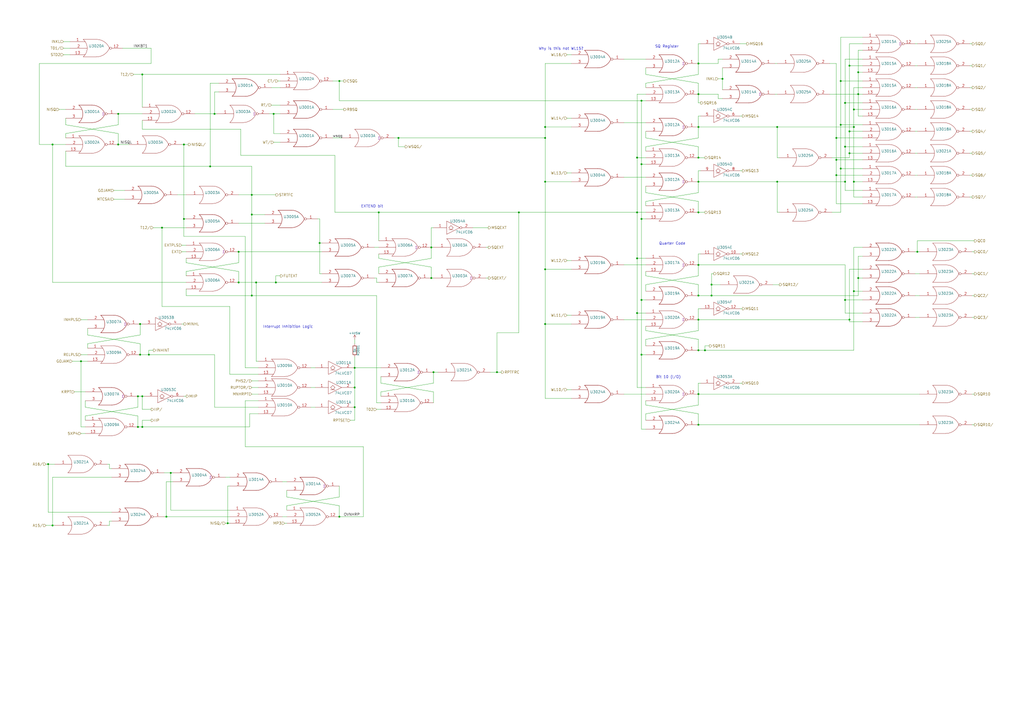
<source format=kicad_sch>
(kicad_sch (version 20211123) (generator eeschema)
  (paper "A2")
  (junction (at 369.57 181.61))
  (junction (at 46.99 209.55))
  (junction (at 412.75 171.45))
  (junction (at 138.43 163.83))
  (junction (at 288.29 215.9))
  (junction (at 148.59 163.83))
  (junction (at 146.05 113.03))
  (junction (at 405.13 203.2))
  (junction (at 251.46 215.9))
  (junction (at 405.13 228.6))
  (junction (at 369.57 123.19))
  (junction (at 196.85 46.99))
  (junction (at 490.22 105.41))
  (junction (at 30.48 83.82))
  (junction (at 497.84 41.91))
  (junction (at 492.76 88.9))
  (junction (at 30.48 304.8))
  (junction (at 485.14 80.01))
  (junction (at 450.85 105.41))
  (junction (at 372.11 95.25))
  (junction (at 316.23 73.66))
  (junction (at 82.55 229.87))
  (junction (at 81.28 205.74))
  (junction (at 492.76 76.2))
  (junction (at 81.28 187.96))
  (junction (at 405.13 36.83))
  (junction (at 372.11 127))
  (junction (at 205.74 213.36))
  (junction (at 485.14 92.71))
  (junction (at 495.3 73.66))
  (junction (at 408.94 203.2))
  (junction (at 146.05 124.46))
  (junction (at 124.46 66.04))
  (junction (at 121.92 96.52))
  (junction (at 369.57 91.44))
  (junction (at 490.22 59.69))
  (junction (at 82.55 43.18))
  (junction (at 490.22 173.99))
  (junction (at 158.75 66.04))
  (junction (at 497.84 54.61))
  (junction (at 86.36 205.74))
  (junction (at 185.42 140.97))
  (junction (at 405.13 171.45))
  (junction (at 369.57 149.86))
  (junction (at 495.3 63.5))
  (junction (at 405.13 105.41))
  (junction (at 405.13 73.66))
  (junction (at 196.85 299.72))
  (junction (at 160.02 163.83))
  (junction (at 419.1 45.72))
  (junction (at 146.05 171.45))
  (junction (at 93.98 132.08))
  (junction (at 372.11 205.74))
  (junction (at 106.68 127))
  (junction (at 205.74 224.79))
  (junction (at 495.3 105.41))
  (junction (at 219.71 123.19))
  (junction (at 68.58 83.82))
  (junction (at 497.84 161.29))
  (junction (at 316.23 156.21))
  (junction (at 132.08 303.53))
  (junction (at 405.13 185.42))
  (junction (at 27.94 269.24))
  (junction (at 450.85 73.66))
  (junction (at 492.76 38.1))
  (junction (at 250.19 161.29))
  (junction (at 316.23 187.96))
  (junction (at 405.13 54.61))
  (junction (at 106.68 83.82))
  (junction (at 231.14 80.01))
  (junction (at 532.13 146.05))
  (junction (at 487.68 46.99))
  (junction (at 316.23 80.01))
  (junction (at 492.76 185.42))
  (junction (at 82.55 247.65))
  (junction (at 316.23 105.41))
  (junction (at 80.01 247.65))
  (junction (at 250.19 143.51))
  (junction (at 490.22 85.09))
  (junction (at 487.68 72.39))
  (junction (at 138.43 146.05))
  (junction (at 487.68 97.79))
  (junction (at 405.13 246.38))
  (junction (at 68.58 66.04))
  (junction (at 99.06 274.32))
  (junction (at 495.3 168.91))
  (junction (at 96.52 299.72))
  (junction (at 300.99 123.19))
  (junction (at 405.13 91.44))
  (junction (at 372.11 173.99))
  (junction (at 405.13 123.19))
  (junction (at 372.11 58.42))
  (junction (at 412.75 165.1))
  (junction (at 485.14 101.6))
  (junction (at 205.74 236.22))
  (junction (at 405.13 153.67))
  (junction (at 80.01 229.87))
  (wire (pts (xy 361.95 185.42) (xy 374.65 185.42)))
  (wire (pts (xy 316.23 80.01) (xy 231.14 80.01)))
  (wire (pts (xy 219.71 123.19) (xy 219.71 139.7)))
  (wire (pts (xy 316.23 80.01) (xy 316.23 105.41)))
  (wire (pts (xy 490.22 181.61) (xy 500.38 181.61)))
  (wire (pts (xy 139.7 90.17) (xy 139.7 74.93)))
  (wire (pts (xy 490.22 105.41) (xy 450.85 105.41)))
  (wire (pts (xy 369.57 181.61) (xy 374.65 181.61)))
  (wire (pts (xy 412.75 171.45) (xy 405.13 171.45)))
  (wire (pts (xy 193.04 80.01) (xy 198.12 80.01)))
  (wire (pts (xy 500.38 29.21) (xy 497.84 29.21)))
  (wire (pts (xy 66.04 115.57) (xy 72.39 115.57)))
  (wire (pts (xy 106.68 83.82) (xy 106.68 127)))
  (wire (pts (xy 316.23 36.83) (xy 331.47 36.83)))
  (wire (pts (xy 500.38 21.59) (xy 487.68 21.59)))
  (wire (pts (xy 500.38 63.5) (xy 495.3 63.5)))
  (wire (pts (xy 288.29 215.9) (xy 288.29 193.04)))
  (wire (pts (xy 27.94 297.18) (xy 64.77 297.18)))
  (wire (pts (xy 96.52 299.72) (xy 133.35 299.72)))
  (wire (pts (xy 405.13 222.25) (xy 405.13 228.6)))
  (wire (pts (xy 361.95 153.67) (xy 374.65 153.67)))
  (wire (pts (xy 250.19 154.94) (xy 219.71 149.86)))
  (wire (pts (xy 158.75 77.47) (xy 158.75 66.04)))
  (wire (pts (xy 532.13 146.05) (xy 533.4 146.05)))
  (wire (pts (xy 93.98 177.8) (xy 133.35 177.8)))
  (wire (pts (xy 180.34 213.36) (xy 182.88 213.36)))
  (wire (pts (xy 405.13 185.42) (xy 492.76 185.42)))
  (wire (pts (xy 487.68 72.39) (xy 487.68 97.79)))
  (wire (pts (xy 500.38 59.69) (xy 490.22 59.69)))
  (wire (pts (xy 374.65 116.84) (xy 374.65 119.38)))
  (wire (pts (xy 38.1 87.63) (xy 38.1 96.52)))
  (wire (pts (xy 107.95 157.48) (xy 107.95 160.02)))
  (wire (pts (xy 530.86 38.1) (xy 532.13 38.1)))
  (wire (pts (xy 205.74 236.22) (xy 205.74 243.84)))
  (wire (pts (xy 106.68 127) (xy 107.95 127)))
  (wire (pts (xy 107.95 146.05) (xy 105.41 146.05)))
  (wire (pts (xy 138.43 152.4) (xy 107.95 157.48)))
  (wire (pts (xy 416.56 34.29) (xy 419.1 34.29)))
  (wire (pts (xy 81.28 199.39) (xy 50.8 194.31)))
  (wire (pts (xy 82.55 247.65) (xy 82.55 243.84)))
  (wire (pts (xy 30.48 83.82) (xy 38.1 83.82)))
  (wire (pts (xy 405.13 240.03) (xy 374.65 234.95)))
  (wire (pts (xy 372.11 127) (xy 372.11 173.99)))
  (wire (pts (xy 405.13 73.66) (xy 405.13 80.01)))
  (wire (pts (xy 142.24 259.08) (xy 142.24 232.41)))
  (wire (pts (xy 132.08 281.94) (xy 132.08 303.53)))
  (wire (pts (xy 148.59 209.55) (xy 149.86 209.55)))
  (wire (pts (xy 82.55 229.87) (xy 83.82 229.87)))
  (wire (pts (xy 405.13 246.38) (xy 533.4 246.38)))
  (wire (pts (xy 490.22 173.99) (xy 490.22 181.61)))
  (wire (pts (xy 405.13 36.83) (xy 416.56 36.83)))
  (wire (pts (xy 492.76 88.9) (xy 500.38 88.9)))
  (wire (pts (xy 41.91 209.55) (xy 46.99 209.55)))
  (wire (pts (xy 492.76 38.1) (xy 492.76 76.2)))
  (wire (pts (xy 46.99 209.55) (xy 46.99 247.65)))
  (wire (pts (xy 82.55 247.65) (xy 144.78 247.65)))
  (wire (pts (xy 219.71 154.94) (xy 219.71 158.75)))
  (wire (pts (xy 281.94 161.29) (xy 283.21 161.29)))
  (wire (pts (xy 500.38 156.21) (xy 492.76 156.21)))
  (wire (pts (xy 495.3 143.51) (xy 495.3 168.91)))
  (wire (pts (xy 218.44 233.68) (xy 220.98 233.68)))
  (wire (pts (xy 369.57 149.86) (xy 369.57 181.61)))
  (wire (pts (xy 419.1 39.37) (xy 419.1 45.72)))
  (wire (pts (xy 530.86 25.4) (xy 532.13 25.4)))
  (wire (pts (xy 81.28 187.96) (xy 82.55 187.96)))
  (wire (pts (xy 146.05 220.98) (xy 149.86 220.98)))
  (wire (pts (xy 500.38 148.59) (xy 497.84 148.59)))
  (wire (pts (xy 405.13 48.26) (xy 405.13 54.61)))
  (wire (pts (xy 490.22 34.29) (xy 490.22 59.69)))
  (wire (pts (xy 412.75 165.1) (xy 412.75 171.45)))
  (wire (pts (xy 163.83 279.4) (xy 166.37 279.4)))
  (wire (pts (xy 372.11 58.42) (xy 372.11 95.25)))
  (wire (pts (xy 316.23 156.21) (xy 316.23 187.96)))
  (wire (pts (xy 63.5 302.26) (xy 64.77 302.26)))
  (wire (pts (xy 199.39 63.5) (xy 193.04 63.5)))
  (wire (pts (xy 46.99 251.46) (xy 49.53 251.46)))
  (wire (pts (xy 530.86 50.8) (xy 532.13 50.8)))
  (wire (pts (xy 194.31 123.19) (xy 219.71 123.19)))
  (wire (pts (xy 40.64 31.75) (xy 36.83 31.75)))
  (wire (pts (xy 146.05 113.03) (xy 146.05 124.46)))
  (wire (pts (xy 450.85 123.19) (xy 452.12 123.19)))
  (wire (pts (xy 374.65 43.18) (xy 374.65 39.37)))
  (wire (pts (xy 372.11 205.74) (xy 374.65 205.74)))
  (wire (pts (xy 316.23 187.96) (xy 331.47 187.96)))
  (wire (pts (xy 316.23 105.41) (xy 316.23 156.21)))
  (wire (pts (xy 161.29 46.99) (xy 162.56 46.99)))
  (wire (pts (xy 450.85 105.41) (xy 405.13 105.41)))
  (wire (pts (xy 132.08 303.53) (xy 133.35 303.53)))
  (wire (pts (xy 251.46 233.68) (xy 251.46 227.33)))
  (wire (pts (xy 405.13 67.31) (xy 406.4 67.31)))
  (wire (pts (xy 487.68 21.59) (xy 487.68 46.99)))
  (wire (pts (xy 500.38 34.29) (xy 490.22 34.29)))
  (wire (pts (xy 500.38 41.91) (xy 497.84 41.91)))
  (wire (pts (xy 405.13 147.32) (xy 406.4 147.32)))
  (wire (pts (xy 139.7 74.93) (xy 82.55 74.93)))
  (wire (pts (xy 50.8 199.39) (xy 50.8 201.93)))
  (wire (pts (xy 210.82 259.08) (xy 142.24 259.08)))
  (wire (pts (xy 405.13 153.67) (xy 405.13 160.02)))
  (wire (pts (xy 405.13 105.41) (xy 405.13 111.76)))
  (wire (pts (xy 372.11 205.74) (xy 372.11 248.92)))
  (wire (pts (xy 563.88 76.2) (xy 562.61 76.2)))
  (wire (pts (xy 492.76 156.21) (xy 492.76 185.42)))
  (wire (pts (xy 146.05 171.45) (xy 218.44 171.45)))
  (wire (pts (xy 487.68 72.39) (xy 500.38 72.39)))
  (wire (pts (xy 95.25 299.72) (xy 96.52 299.72)))
  (wire (pts (xy 26.67 269.24) (xy 27.94 269.24)))
  (wire (pts (xy 46.99 247.65) (xy 49.53 247.65)))
  (wire (pts (xy 102.87 113.03) (xy 107.95 113.03)))
  (wire (pts (xy 124.46 66.04) (xy 125.73 66.04)))
  (wire (pts (xy 497.84 161.29) (xy 500.38 161.29)))
  (wire (pts (xy 449.58 54.61) (xy 450.85 54.61)))
  (wire (pts (xy 250.19 149.86) (xy 219.71 154.94)))
  (wire (pts (xy 196.85 299.72) (xy 210.82 299.72)))
  (wire (pts (xy 250.19 132.08) (xy 250.19 143.51)))
  (wire (pts (xy 316.23 156.21) (xy 331.47 156.21)))
  (wire (pts (xy 430.53 179.07) (xy 429.26 179.07)))
  (wire (pts (xy 452.12 165.1) (xy 448.31 165.1)))
  (wire (pts (xy 205.74 213.36) (xy 205.74 224.79)))
  (wire (pts (xy 562.61 101.6) (xy 563.88 101.6)))
  (wire (pts (xy 328.93 31.75) (xy 331.47 31.75)))
  (wire (pts (xy 205.74 224.79) (xy 205.74 236.22)))
  (wire (pts (xy 497.84 54.61) (xy 497.84 67.31)))
  (wire (pts (xy 205.74 196.85) (xy 205.74 199.39)))
  (wire (pts (xy 497.84 148.59) (xy 497.84 161.29)))
  (wire (pts (xy 565.15 146.05) (xy 563.88 146.05)))
  (wire (pts (xy 87.63 36.83) (xy 22.86 36.83)))
  (wire (pts (xy 361.95 102.87) (xy 374.65 102.87)))
  (wire (pts (xy 532.13 139.7) (xy 532.13 146.05)))
  (wire (pts (xy 68.58 66.04) (xy 68.58 72.39)))
  (wire (pts (xy 81.28 187.96) (xy 81.28 194.31)))
  (wire (pts (xy 86.36 205.74) (xy 124.46 205.74)))
  (wire (pts (xy 138.43 129.54) (xy 153.67 129.54)))
  (wire (pts (xy 316.23 73.66) (xy 316.23 80.01)))
  (wire (pts (xy 166.37 288.29) (xy 166.37 284.48)))
  (wire (pts (xy 205.74 207.01) (xy 205.74 213.36)))
  (wire (pts (xy 497.84 41.91) (xy 497.84 54.61)))
  (wire (pts (xy 95.25 274.32) (xy 99.06 274.32)))
  (wire (pts (xy 82.55 43.18) (xy 162.56 43.18)))
  (wire (pts (xy 374.65 191.77) (xy 374.65 189.23)))
  (wire (pts (xy 530.86 63.5) (xy 532.13 63.5)))
  (wire (pts (xy 369.57 54.61) (xy 369.57 91.44)))
  (wire (pts (xy 416.56 54.61) (xy 416.56 57.15)))
  (wire (pts (xy 113.03 66.04) (xy 124.46 66.04)))
  (wire (pts (xy 106.68 83.82) (xy 109.22 83.82)))
  (wire (pts (xy 530.86 171.45) (xy 533.4 171.45)))
  (wire (pts (xy 485.14 36.83) (xy 485.14 80.01)))
  (wire (pts (xy 106.68 127) (xy 106.68 137.16)))
  (wire (pts (xy 160.02 163.83) (xy 186.69 163.83)))
  (wire (pts (xy 316.23 231.14) (xy 331.47 231.14)))
  (wire (pts (xy 82.55 43.18) (xy 82.55 62.23)))
  (wire (pts (xy 485.14 101.6) (xy 485.14 118.11)))
  (wire (pts (xy 219.71 149.86) (xy 219.71 147.32)))
  (wire (pts (xy 405.13 91.44) (xy 408.94 91.44)))
  (wire (pts (xy 487.68 97.79) (xy 487.68 123.19)))
  (wire (pts (xy 405.13 67.31) (xy 405.13 73.66)))
  (wire (pts (xy 38.1 96.52) (xy 121.92 96.52)))
  (wire (pts (xy 372.11 95.25) (xy 372.11 127)))
  (wire (pts (xy 405.13 185.42) (xy 405.13 191.77)))
  (wire (pts (xy 405.13 43.18) (xy 374.65 48.26)))
  (wire (pts (xy 46.99 205.74) (xy 50.8 205.74)))
  (wire (pts (xy 406.4 99.06) (xy 405.13 99.06)))
  (wire (pts (xy 405.13 25.4) (xy 405.13 36.83)))
  (wire (pts (xy 485.14 92.71) (xy 500.38 92.71)))
  (wire (pts (xy 68.58 72.39) (xy 38.1 77.47)))
  (wire (pts (xy 63.5 304.8) (xy 62.23 304.8)))
  (wire (pts (xy 485.14 80.01) (xy 500.38 80.01)))
  (wire (pts (xy 316.23 36.83) (xy 316.23 73.66)))
  (wire (pts (xy 565.15 139.7) (xy 532.13 139.7)))
  (wire (pts (xy 146.05 124.46) (xy 153.67 124.46)))
  (wire (pts (xy 530.86 184.15) (xy 533.4 184.15)))
  (wire (pts (xy 328.93 68.58) (xy 331.47 68.58)))
  (wire (pts (xy 250.19 143.51) (xy 250.19 149.86)))
  (wire (pts (xy 361.95 71.12) (xy 374.65 71.12)))
  (wire (pts (xy 196.85 46.99) (xy 199.39 46.99)))
  (wire (pts (xy 411.48 200.66) (xy 408.94 200.66)))
  (wire (pts (xy 30.48 83.82) (xy 30.48 163.83)))
  (wire (pts (xy 492.76 25.4) (xy 492.76 38.1)))
  (wire (pts (xy 485.14 80.01) (xy 485.14 92.71)))
  (wire (pts (xy 162.56 77.47) (xy 158.75 77.47)))
  (wire (pts (xy 130.81 276.86) (xy 133.35 276.86)))
  (wire (pts (xy 38.1 72.39) (xy 38.1 68.58)))
  (wire (pts (xy 80.01 229.87) (xy 80.01 236.22)))
  (wire (pts (xy 369.57 91.44) (xy 369.57 123.19)))
  (wire (pts (xy 374.65 160.02) (xy 374.65 157.48)))
  (wire (pts (xy 234.95 85.09) (xy 231.14 85.09)))
  (wire (pts (xy 328.93 226.06) (xy 331.47 226.06)))
  (wire (pts (xy 361.95 228.6) (xy 374.65 228.6)))
  (wire (pts (xy 495.3 50.8) (xy 495.3 63.5)))
  (wire (pts (xy 328.93 182.88) (xy 331.47 182.88)))
  (wire (pts (xy 138.43 163.83) (xy 148.59 163.83)))
  (wire (pts (xy 497.84 54.61) (xy 500.38 54.61)))
  (wire (pts (xy 158.75 66.04) (xy 162.56 66.04)))
  (wire (pts (xy 219.71 123.19) (xy 300.99 123.19)))
  (wire (pts (xy 121.92 96.52) (xy 146.05 96.52)))
  (wire (pts (xy 495.3 105.41) (xy 500.38 105.41)))
  (wire (pts (xy 158.75 82.55) (xy 162.56 82.55)))
  (wire (pts (xy 328.93 151.13) (xy 331.47 151.13)))
  (wire (pts (xy 107.95 171.45) (xy 107.95 167.64)))
  (wire (pts (xy 93.98 132.08) (xy 107.95 132.08)))
  (wire (pts (xy 196.85 46.99) (xy 196.85 58.42)))
  (wire (pts (xy 490.22 105.41) (xy 490.22 110.49)))
  (wire (pts (xy 22.86 83.82) (xy 30.48 83.82)))
  (wire (pts (xy 185.42 140.97) (xy 185.42 158.75)))
  (wire (pts (xy 250.19 161.29) (xy 251.46 161.29)))
  (wire (pts (xy 316.23 73.66) (xy 331.47 73.66)))
  (wire (pts (xy 485.14 36.83) (xy 481.33 36.83)))
  (wire (pts (xy 300.99 193.04) (xy 300.99 123.19)))
  (wire (pts (xy 530.86 88.9) (xy 532.13 88.9)))
  (wire (pts (xy 81.28 194.31) (xy 50.8 199.39)))
  (wire (pts (xy 144.78 247.65) (xy 144.78 240.03)))
  (wire (pts (xy 36.83 27.94) (xy 40.64 27.94)))
  (wire (pts (xy 180.34 236.22) (xy 182.88 236.22)))
  (wire (pts (xy 133.35 177.8) (xy 133.35 217.17)))
  (wire (pts (xy 138.43 163.83) (xy 138.43 157.48)))
  (wire (pts (xy 487.68 123.19) (xy 482.6 123.19)))
  (wire (pts (xy 495.3 168.91) (xy 500.38 168.91)))
  (wire (pts (xy 162.56 160.02) (xy 160.02 160.02)))
  (wire (pts (xy 148.59 163.83) (xy 160.02 163.83)))
  (wire (pts (xy 450.85 91.44) (xy 452.12 91.44)))
  (wire (pts (xy 562.61 114.3) (xy 563.88 114.3)))
  (wire (pts (xy 194.31 123.19) (xy 194.31 90.17)))
  (wire (pts (xy 406.4 179.07) (xy 405.13 179.07)))
  (wire (pts (xy 405.13 99.06) (xy 405.13 105.41)))
  (wire (pts (xy 205.74 213.36) (xy 220.98 213.36)))
  (wire (pts (xy 163.83 299.72) (xy 166.37 299.72)))
  (wire (pts (xy 68.58 77.47) (xy 38.1 72.39)))
  (wire (pts (xy 133.35 281.94) (xy 132.08 281.94)))
  (wire (pts (xy 160.02 160.02) (xy 160.02 163.83)))
  (wire (pts (xy 500.38 143.51) (xy 495.3 143.51)))
  (wire (pts (xy 450.85 73.66) (xy 450.85 91.44)))
  (wire (pts (xy 372.11 95.25) (xy 374.65 95.25)))
  (wire (pts (xy 80.01 229.87) (xy 82.55 229.87)))
  (wire (pts (xy 218.44 171.45) (xy 218.44 233.68)))
  (wire (pts (xy 490.22 153.67) (xy 490.22 173.99)))
  (wire (pts (xy 300.99 123.19) (xy 369.57 123.19)))
  (wire (pts (xy 218.44 161.29) (xy 218.44 163.83)))
  (wire (pts (xy 492.76 76.2) (xy 500.38 76.2)))
  (wire (pts (xy 87.63 27.94) (xy 87.63 36.83)))
  (wire (pts (xy 430.53 222.25) (xy 429.26 222.25)))
  (wire (pts (xy 251.46 215.9) (xy 254 215.9)))
  (wire (pts (xy 138.43 146.05) (xy 186.69 146.05)))
  (wire (pts (xy 408.94 200.66) (xy 408.94 203.2)))
  (wire (pts (xy 185.42 127) (xy 185.42 140.97)))
  (wire (pts (xy 185.42 158.75) (xy 186.69 158.75)))
  (wire (pts (xy 405.13 147.32) (xy 405.13 153.67)))
  (wire (pts (xy 283.21 132.08) (xy 274.32 132.08)))
  (wire (pts (xy 316.23 187.96) (xy 316.23 231.14)))
  (wire (pts (xy 405.13 246.38) (xy 405.13 240.03)))
  (wire (pts (xy 133.35 217.17) (xy 149.86 217.17)))
  (wire (pts (xy 77.47 43.18) (xy 82.55 43.18)))
  (wire (pts (xy 419.1 45.72) (xy 419.1 52.07)))
  (wire (pts (xy 46.99 185.42) (xy 50.8 185.42)))
  (wire (pts (xy 430.53 147.32) (xy 429.26 147.32)))
  (wire (pts (xy 49.53 241.3) (xy 49.53 243.84)))
  (wire (pts (xy 405.13 123.19) (xy 405.13 116.84)))
  (wire (pts (xy 80.01 247.65) (xy 82.55 247.65)))
  (wire (pts (xy 66.04 110.49) (xy 72.39 110.49)))
  (wire (pts (xy 563.88 38.1) (xy 562.61 38.1)))
  (wire (pts (xy 405.13 85.09) (xy 374.65 80.01)))
  (wire (pts (xy 530.86 114.3) (xy 532.13 114.3)))
  (wire (pts (xy 49.53 236.22) (xy 49.53 232.41)))
  (wire (pts (xy 124.46 205.74) (xy 124.46 236.22)))
  (wire (pts (xy 50.8 194.31) (xy 50.8 190.5)))
  (wire (pts (xy 490.22 85.09) (xy 490.22 105.41)))
  (wire (pts (xy 251.46 132.08) (xy 250.19 132.08)))
  (wire (pts (xy 30.48 276.86) (xy 64.77 276.86)))
  (wire (pts (xy 485.14 118.11) (xy 500.38 118.11)))
  (wire (pts (xy 495.3 105.41) (xy 495.3 114.3)))
  (wire (pts (xy 429.26 99.06) (xy 430.53 99.06)))
  (wire (pts (xy 405.13 160.02) (xy 374.65 165.1)))
  (wire (pts (xy 374.65 111.76) (xy 374.65 107.95)))
  (wire (pts (xy 405.13 48.26) (xy 374.65 43.18)))
  (wire (pts (xy 495.3 73.66) (xy 450.85 73.66)))
  (wire (pts (xy 497.84 161.29) (xy 497.84 171.45)))
  (wire (pts (xy 487.68 46.99) (xy 500.38 46.99)))
  (wire (pts (xy 99.06 274.32) (xy 100.33 274.32)))
  (wire (pts (xy 193.04 46.99) (xy 196.85 46.99)))
  (wire (pts (xy 196.85 293.37) (xy 166.37 288.29)))
  (wire (pts (xy 62.23 269.24) (xy 63.5 269.24)))
  (wire (pts (xy 43.18 227.33) (xy 49.53 227.33)))
  (wire (pts (xy 497.84 29.21) (xy 497.84 41.91)))
  (wire (pts (xy 492.76 91.44) (xy 482.6 91.44)))
  (wire (pts (xy 405.13 196.85) (xy 374.65 191.77)))
  (wire (pts (xy 146.05 124.46) (xy 146.05 171.45)))
  (wire (pts (xy 82.55 74.93) (xy 82.55 69.85)))
  (wire (pts (xy 30.48 163.83) (xy 107.95 163.83)))
  (wire (pts (xy 490.22 173.99) (xy 500.38 173.99)))
  (wire (pts (xy 231.14 85.09) (xy 231.14 80.01)))
  (wire (pts (xy 374.65 165.1) (xy 374.65 168.91)))
  (wire (pts (xy 497.84 67.31) (xy 500.38 67.31)))
  (wire (pts (xy 30.48 304.8) (xy 30.48 276.86)))
  (wire (pts (xy 405.13 116.84) (xy 374.65 111.76)))
  (wire (pts (xy 374.65 196.85) (xy 374.65 200.66)))
  (wire (pts (xy 565.15 228.6) (xy 563.88 228.6)))
  (wire (pts (xy 82.55 229.87) (xy 82.55 237.49)))
  (wire (pts (xy 38.1 77.47) (xy 38.1 80.01)))
  (wire (pts (xy 416.56 36.83) (xy 416.56 34.29)))
  (wire (pts (xy 80.01 236.22) (xy 49.53 241.3)))
  (wire (pts (xy 81.28 205.74) (xy 86.36 205.74)))
  (wire (pts (xy 166.37 293.37) (xy 166.37 295.91)))
  (wire (pts (xy 46.99 209.55) (xy 50.8 209.55)))
  (wire (pts (xy 68.58 83.82) (xy 74.93 83.82)))
  (wire (pts (xy 369.57 149.86) (xy 374.65 149.86)))
  (wire (pts (xy 450.85 105.41) (xy 450.85 123.19)))
  (wire (pts (xy 144.78 240.03) (xy 149.86 240.03)))
  (wire (pts (xy 106.68 137.16) (xy 142.24 137.16)))
  (wire (pts (xy 374.65 48.26) (xy 374.65 50.8)))
  (wire (pts (xy 80.01 247.65) (xy 80.01 241.3)))
  (wire (pts (xy 405.13 80.01) (xy 374.65 85.09)))
  (wire (pts (xy 196.85 288.29) (xy 166.37 293.37)))
  (wire (pts (xy 562.61 50.8) (xy 563.88 50.8)))
  (wire (pts (xy 405.13 59.69) (xy 406.4 59.69)))
  (wire (pts (xy 372.11 58.42) (xy 374.65 58.42)))
  (wire (pts (xy 146.05 113.03) (xy 160.02 113.03)))
  (wire (pts (xy 361.95 34.29) (xy 374.65 34.29)))
  (wire (pts (xy 82.55 237.49) (xy 87.63 237.49)))
  (wire (pts (xy 429.26 67.31) (xy 430.53 67.31)))
  (wire (pts (xy 492.76 186.69) (xy 500.38 186.69)))
  (wire (pts (xy 405.13 54.61) (xy 405.13 59.69)))
  (wire (pts (xy 36.83 24.13) (xy 40.64 24.13)))
  (wire (pts (xy 492.76 88.9) (xy 492.76 91.44)))
  (wire (pts (xy 405.13 153.67) (xy 490.22 153.67)))
  (wire (pts (xy 124.46 53.34) (xy 124.46 66.04)))
  (wire (pts (xy 405.13 25.4) (xy 406.4 25.4)))
  (wire (pts (xy 405.13 228.6) (xy 533.4 228.6)))
  (wire (pts (xy 251.46 222.25) (xy 220.98 227.33)))
  (wire (pts (xy 565.15 171.45) (xy 563.88 171.45)))
  (wire (pts (xy 487.68 46.99) (xy 487.68 72.39)))
  (wire (pts (xy 405.13 111.76) (xy 374.65 116.84)))
  (wire (pts (xy 217.17 161.29) (xy 218.44 161.29)))
  (wire (pts (xy 495.3 63.5) (xy 495.3 73.66)))
  (wire (pts (xy 250.19 143.51) (xy 251.46 143.51)))
  (wire (pts (xy 414.02 158.75) (xy 412.75 158.75)))
  (wire (pts (xy 251.46 215.9) (xy 251.46 222.25)))
  (wire (pts (xy 492.76 25.4) (xy 500.38 25.4)))
  (wire (pts (xy 127 53.34) (xy 124.46 53.34)))
  (wire (pts (xy 88.9 132.08) (xy 93.98 132.08)))
  (wire (pts (xy 405.13 234.95) (xy 374.65 240.03)))
  (wire (pts (xy 374.65 91.44) (xy 369.57 91.44)))
  (wire (pts (xy 433.07 25.4) (xy 429.26 25.4)))
  (wire (pts (xy 22.86 36.83) (xy 22.86 83.82)))
  (wire (pts (xy 218.44 237.49) (xy 220.98 237.49)))
  (wire (pts (xy 82.55 243.84) (xy 87.63 243.84)))
  (wire (pts (xy 217.17 143.51) (xy 219.71 143.51)))
  (wire (pts (xy 107.95 152.4) (xy 107.95 149.86)))
  (wire (pts (xy 449.58 36.83) (xy 450.85 36.83)))
  (wire (pts (xy 405.13 91.44) (xy 405.13 85.09)))
  (wire (pts (xy 530.86 101.6) (xy 532.13 101.6)))
  (wire (pts (xy 530.86 158.75) (xy 533.4 158.75)))
  (wire (pts (xy 231.14 80.01) (xy 228.6 80.01)))
  (wire (pts (xy 205.74 243.84) (xy 203.2 243.84)))
  (wire (pts (xy 495.3 203.2) (xy 408.94 203.2)))
  (wire (pts (xy 565.15 158.75) (xy 563.88 158.75)))
  (wire (pts (xy 86.36 205.74) (xy 86.36 203.2)))
  (wire (pts (xy 146.05 96.52) (xy 146.05 113.03)))
  (wire (pts (xy 485.14 92.71) (xy 485.14 101.6)))
  (wire (pts (xy 71.12 27.94) (xy 87.63 27.94)))
  (wire (pts (xy 138.43 157.48) (xy 107.95 152.4)))
  (wire (pts (xy 565.15 184.15) (xy 563.88 184.15)))
  (wire (pts (xy 196.85 58.42) (xy 372.11 58.42)))
  (wire (pts (xy 495.3 168.91) (xy 495.3 203.2)))
  (wire (pts (xy 374.65 234.95) (xy 374.65 232.41)))
  (wire (pts (xy 372.11 127) (xy 374.65 127)))
  (wire (pts (xy 412.75 158.75) (xy 412.75 165.1)))
  (wire (pts (xy 405.13 203.2) (xy 405.13 196.85)))
  (wire (pts (xy 142.24 213.36) (xy 149.86 213.36)))
  (wire (pts (xy 530.86 76.2) (xy 532.13 76.2)))
  (wire (pts (xy 369.57 181.61) (xy 369.57 224.79)))
  (wire (pts (xy 565.15 246.38) (xy 563.88 246.38)))
  (wire (pts (xy 450.85 73.66) (xy 405.13 73.66)))
  (wire (pts (xy 405.13 54.61) (xy 416.56 54.61)))
  (wire (pts (xy 142.24 137.16) (xy 142.24 213.36)))
  (wire (pts (xy 220.98 222.25) (xy 220.98 218.44)))
  (wire (pts (xy 138.43 146.05) (xy 138.43 152.4)))
  (wire (pts (xy 316.23 105.41) (xy 331.47 105.41)))
  (wire (pts (xy 63.5 269.24) (xy 63.5 271.78)))
  (wire (pts (xy 146.05 224.79) (xy 149.86 224.79)))
  (wire (pts (xy 106.68 229.87) (xy 107.95 229.87)))
  (wire (pts (xy 369.57 123.19) (xy 374.65 123.19)))
  (wire (pts (xy 562.61 63.5) (xy 563.88 63.5)))
  (wire (pts (xy 485.14 101.6) (xy 500.38 101.6)))
  (wire (pts (xy 374.65 80.01) (xy 374.65 76.2)))
  (wire (pts (xy 166.37 303.53) (xy 165.1 303.53)))
  (wire (pts (xy 30.48 304.8) (xy 31.75 304.8)))
  (wire (pts (xy 196.85 281.94) (xy 196.85 288.29)))
  (wire (pts (xy 142.24 232.41) (xy 149.86 232.41)))
  (wire (pts (xy 185.42 140.97) (xy 186.69 140.97)))
  (wire (pts (xy 184.15 127) (xy 185.42 127)))
  (wire (pts (xy 63.5 271.78) (xy 64.77 271.78)))
  (wire (pts (xy 130.81 303.53) (xy 132.08 303.53)))
  (wire (pts (xy 99.06 295.91) (xy 133.35 295.91)))
  (wire (pts (xy 281.94 143.51) (xy 283.21 143.51)))
  (wire (pts (xy 416.56 45.72) (xy 419.1 45.72)))
  (wire (pts (xy 487.68 97.79) (xy 500.38 97.79)))
  (wire (pts (xy 68.58 66.04) (xy 82.55 66.04)))
  (wire (pts (xy 80.01 241.3) (xy 49.53 236.22)))
  (wire (pts (xy 374.65 240.03) (xy 374.65 243.84)))
  (wire (pts (xy 405.13 191.77) (xy 374.65 196.85)))
  (wire (pts (xy 416.56 57.15) (xy 419.1 57.15)))
  (wire (pts (xy 121.92 96.52) (xy 121.92 48.26)))
  (wire (pts (xy 107.95 171.45) (xy 146.05 171.45)))
  (wire (pts (xy 284.48 215.9) (xy 288.29 215.9)))
  (wire (pts (xy 81.28 205.74) (xy 81.28 199.39)))
  (wire (pts (xy 492.76 76.2) (xy 492.76 88.9)))
  (wire (pts (xy 563.88 25.4) (xy 562.61 25.4)))
  (wire (pts (xy 492.76 185.42) (xy 492.76 186.69)))
  (wire (pts (xy 481.33 54.61) (xy 497.84 54.61)))
  (wire (pts (xy 105.41 187.96) (xy 106.68 187.96)))
  (wire (pts (xy 196.85 299.72) (xy 196.85 293.37)))
  (wire (pts (xy 406.4 222.25) (xy 405.13 222.25)))
  (wire (pts (xy 369.57 123.19) (xy 369.57 149.86)))
  (wire (pts (xy 405.13 165.1) (xy 374.65 160.02)))
  (wire (pts (xy 180.34 224.79) (xy 182.88 224.79)))
  (wire (pts (xy 27.94 269.24) (xy 27.94 297.18)))
  (wire (pts (xy 26.67 304.8) (xy 30.48 304.8)))
  (wire (pts (xy 497.84 171.45) (xy 412.75 171.45)))
  (wire (pts (xy 99.06 274.32) (xy 99.06 295.91)))
  (wire (pts (xy 405.13 171.45) (xy 405.13 165.1)))
  (wire (pts (xy 38.1 63.5) (xy 34.29 63.5)))
  (wire (pts (xy 495.3 50.8) (xy 500.38 50.8)))
  (wire (pts (xy 328.93 100.33) (xy 331.47 100.33)))
  (wire (pts (xy 218.44 163.83) (xy 219.71 163.83)))
  (wire (pts (xy 93.98 132.08) (xy 93.98 177.8)))
  (wire (pts (xy 490.22 59.69) (xy 490.22 85.09)))
  (wire (pts (xy 63.5 302.26) (xy 63.5 304.8)))
  (wire (pts (xy 495.3 73.66) (xy 495.3 105.41)))
  (wire (pts (xy 250.19 161.29) (xy 250.19 154.94)))
  (wire (pts (xy 105.41 83.82) (xy 106.68 83.82)))
  (wire (pts (xy 372.11 173.99) (xy 374.65 173.99)))
  (wire (pts (xy 121.92 48.26) (xy 127 48.26)))
  (wire (pts (xy 530.86 146.05) (xy 532.13 146.05)))
  (wire (pts (xy 96.52 299.72) (xy 96.52 279.4)))
  (wire (pts (xy 194.31 90.17) (xy 139.7 90.17)))
  (wire (pts (xy 251.46 227.33) (xy 220.98 222.25)))
  (wire (pts (xy 500.38 38.1) (xy 492.76 38.1)))
  (wire (pts (xy 405.13 123.19) (xy 408.94 123.19)))
  (wire (pts (xy 124.46 236.22) (xy 149.86 236.22)))
  (wire (pts (xy 288.29 215.9) (xy 290.83 215.9)))
  (wire (pts (xy 374.65 54.61) (xy 369.57 54.61)))
  (wire (pts (xy 288.29 193.04) (xy 300.99 193.04)))
  (wire (pts (xy 157.48 60.96) (xy 162.56 60.96)))
  (wire (pts (xy 138.43 113.03) (xy 146.05 113.03)))
  (wire (pts (xy 405.13 179.07) (xy 405.13 185.42)))
  (wire (pts (xy 490.22 110.49) (xy 500.38 110.49)))
  (wire (pts (xy 417.83 165.1) (xy 412.75 165.1)))
  (wire (pts (xy 105.41 142.24) (xy 107.95 142.24)))
  (wire (pts (xy 372.11 248.92) (xy 374.65 248.92)))
  (wire (pts (xy 210.82 299.72) (xy 210.82 259.08)))
  (wire (pts (xy 96.52 279.4) (xy 100.33 279.4)))
  (wire (pts (xy 146.05 228.6) (xy 149.86 228.6)))
  (wire (pts (xy 157.48 50.8) (xy 162.56 50.8)))
  (wire (pts (xy 374.65 85.09) (xy 374.65 87.63)))
  (wire (pts (xy 490.22 85.09) (xy 500.38 85.09)))
  (wire (pts (xy 408.94 203.2) (xy 405.13 203.2)))
  (wire (pts (xy 68.58 83.82) (xy 68.58 77.47)))
  (wire (pts (xy 369.57 224.79) (xy 374.65 224.79)))
  (wire (pts (xy 405.13 36.83) (xy 405.13 43.18)))
  (wire (pts (xy 405.13 228.6) (xy 405.13 234.95)))
  (wire (pts (xy 27.94 269.24) (xy 31.75 269.24)))
  (wire (pts (xy 220.98 227.33) (xy 220.98 229.87)))
  (wire (pts (xy 156.21 66.04) (xy 158.75 66.04)))
  (wire (pts (xy 86.36 203.2) (xy 88.9 203.2)))
  (wire (pts (xy 495.3 114.3) (xy 500.38 114.3)))
  (wire (pts (xy 148.59 163.83) (xy 148.59 209.55)))
  (wire (pts (xy 372.11 173.99) (xy 372.11 205.74)))
  (wire (pts (xy 562.61 88.9) (xy 563.88 88.9)))
  (text "SQ Register" (at 393.7 27.94 180) (effects (font (size 1.524 1.524)) (justify right bottom)))
  (text "Why is this not WL15?" (at 312.42 29.21 0) (effects (font (size 1.524 1.524)) (justify left bottom)))
  (text "Interrupt Inhibition Logic" (at 181.61 190.5 180) (effects (font (size 1.524 1.524)) (justify right bottom)))
  (text "EXTEND bit" (at 222.25 120.65 180) (effects (font (size 1.524 1.524)) (justify right bottom)))
  (text "Quarter Code" (at 382.27 142.24 0) (effects (font (size 1.524 1.524)) (justify left bottom)))
  (text "Bit 10 (I/O)" (at 394.97 219.71 180) (effects (font (size 1.524 1.524)) (justify right bottom)))
  (label "INKBT1" (at 77.47 27.94 0) (effects (font (size 1.524 1.524))))
  (label "OVNHRP" (at 199.39 299.72 0) (effects (font (size 1.524 1.524))))
  (label "wsqg" (at 193.04 80.01 0) (effects (font (size 1.524 1.524))))
  (label "NISQL" (at 69.85 83.82 0) (effects (font (size 1.524 1.524))))
  (hierarchical_label "EXTPLS" (shape input) (at 105.41 142.24 180) (effects (font (size 1.524 1.524))))
  (hierarchical_label "WL11/" (shape input) (at 328.93 182.88 180) (effects (font (size 1.524 1.524))))
  (hierarchical_label "WL14/" (shape input) (at 328.93 68.58 180) (effects (font (size 1.524 1.524))))
  (hierarchical_label "MSQ14" (shape output) (at 430.53 67.31 0) (effects (font (size 1.524 1.524))))
  (hierarchical_label "SQ4/" (shape output) (at 563.88 76.2 0) (effects (font (size 1.524 1.524))))
  (hierarchical_label "CSQG" (shape output) (at 199.39 46.99 0) (effects (font (size 1.524 1.524))))
  (hierarchical_label "MSQ16" (shape output) (at 433.07 25.4 0) (effects (font (size 1.524 1.524))))
  (hierarchical_label "SQR14" (shape output) (at 408.94 91.44 0) (effects (font (size 1.524 1.524))))
  (hierarchical_label "SQEXT/" (shape output) (at 283.21 161.29 0) (effects (font (size 1.524 1.524))))
  (hierarchical_label "SQEXT" (shape output) (at 283.21 143.51 0) (effects (font (size 1.524 1.524))))
  (hierarchical_label "SQR12/" (shape output) (at 452.12 165.1 0) (effects (font (size 1.524 1.524))))
  (hierarchical_label "SQ5/" (shape output) (at 563.88 88.9 0) (effects (font (size 1.524 1.524))))
  (hierarchical_label "SQR11" (shape output) (at 411.48 200.66 0) (effects (font (size 1.524 1.524))))
  (hierarchical_label "IIP" (shape output) (at 87.63 243.84 0) (effects (font (size 1.524 1.524))))
  (hierarchical_label "FUTEXT" (shape output) (at 162.56 160.02 0) (effects (font (size 1.524 1.524))))
  (hierarchical_label "T12/" (shape input) (at 88.9 132.08 180) (effects (font (size 1.524 1.524))))
  (hierarchical_label "SQR16" (shape output) (at 406.4 59.69 0) (effects (font (size 1.524 1.524))))
  (hierarchical_label "CT/" (shape input) (at 161.29 46.99 180) (effects (font (size 1.524 1.524))))
  (hierarchical_label "MP3" (shape input) (at 165.1 303.53 180) (effects (font (size 1.524 1.524))))
  (hierarchical_label "T01/" (shape input) (at 36.83 27.94 180) (effects (font (size 1.524 1.524))))
  (hierarchical_label "RUPTOR/" (shape input) (at 146.05 224.79 180) (effects (font (size 1.524 1.524))))
  (hierarchical_label "EXT" (shape input) (at 105.41 146.05 180) (effects (font (size 1.524 1.524))))
  (hierarchical_label "NISQL/" (shape output) (at 109.22 83.82 0) (effects (font (size 1.524 1.524))))
  (hierarchical_label "MSQEXT" (shape output) (at 283.21 132.08 0) (effects (font (size 1.524 1.524))))
  (hierarchical_label "T02" (shape input) (at 218.44 237.49 180) (effects (font (size 1.524 1.524))))
  (hierarchical_label "WT/" (shape input) (at 158.75 82.55 180) (effects (font (size 1.524 1.524))))
  (hierarchical_label "INKL" (shape input) (at 36.83 24.13 180) (effects (font (size 1.524 1.524))))
  (hierarchical_label "GOJAM" (shape input) (at 41.91 209.55 180) (effects (font (size 1.524 1.524))))
  (hierarchical_label "SQ2/" (shape output) (at 563.88 50.8 0) (effects (font (size 1.524 1.524))))
  (hierarchical_label "MSQ10" (shape output) (at 430.53 222.25 0) (effects (font (size 1.524 1.524))))
  (hierarchical_label "MNHRPT" (shape input) (at 146.05 228.6 180) (effects (font (size 1.524 1.524))))
  (hierarchical_label "INHINT" (shape output) (at 88.9 203.2 0) (effects (font (size 1.524 1.524))))
  (hierarchical_label "QC2/" (shape output) (at 565.15 171.45 0) (effects (font (size 1.524 1.524))))
  (hierarchical_label "KRPT" (shape input) (at 43.18 227.33 180) (effects (font (size 1.524 1.524))))
  (hierarchical_label "RELPLS" (shape input) (at 46.99 205.74 180) (effects (font (size 1.524 1.524))))
  (hierarchical_label "IIP/" (shape output) (at 87.63 237.49 0) (effects (font (size 1.524 1.524))))
  (hierarchical_label "WL13/" (shape input) (at 328.93 100.33 180) (effects (font (size 1.524 1.524))))
  (hierarchical_label "QC0/" (shape output) (at 565.15 146.05 0) (effects (font (size 1.524 1.524))))
  (hierarchical_label "INHPLS" (shape input) (at 46.99 185.42 180) (effects (font (size 1.524 1.524))))
  (hierarchical_label "NISQ" (shape input) (at 34.29 63.5 180) (effects (font (size 1.524 1.524))))
  (hierarchical_label "MSQ11" (shape output) (at 430.53 179.07 0) (effects (font (size 1.524 1.524))))
  (hierarchical_label "MIIP" (shape output) (at 107.95 229.87 0) (effects (font (size 1.524 1.524))))
  (hierarchical_label "QC1/" (shape output) (at 565.15 158.75 0) (effects (font (size 1.524 1.524))))
  (hierarchical_label "RBSQ" (shape output) (at 199.39 63.5 0) (effects (font (size 1.524 1.524))))
  (hierarchical_label "WL16/" (shape input) (at 328.93 31.75 180) (effects (font (size 1.524 1.524))))
  (hierarchical_label "WSQG/" (shape output) (at 234.95 85.09 0) (effects (font (size 1.524 1.524))))
  (hierarchical_label "MSQ12" (shape output) (at 430.53 147.32 0) (effects (font (size 1.524 1.524))))
  (hierarchical_label "RPTFRC" (shape output) (at 290.83 215.9 0) (effects (font (size 1.524 1.524))))
  (hierarchical_label "WL12/" (shape input) (at 328.93 151.13 180) (effects (font (size 1.524 1.524))))
  (hierarchical_label "NISQ/" (shape input) (at 130.81 303.53 180) (effects (font (size 1.524 1.524))))
  (hierarchical_label "MTCSAI" (shape input) (at 66.04 115.57 180) (effects (font (size 1.524 1.524))))
  (hierarchical_label "MINHL" (shape output) (at 106.68 187.96 0) (effects (font (size 1.524 1.524))))
  (hierarchical_label "QC0" (shape output) (at 565.15 139.7 0) (effects (font (size 1.524 1.524))))
  (hierarchical_label "SQ7/" (shape output) (at 563.88 114.3 0) (effects (font (size 1.524 1.524))))
  (hierarchical_label "RT/" (shape input) (at 157.48 60.96 180) (effects (font (size 1.524 1.524))))
  (hierarchical_label "MSQ13" (shape output) (at 430.53 99.06 0) (effects (font (size 1.524 1.524))))
  (hierarchical_label "PHS2/" (shape input) (at 146.05 220.98 180) (effects (font (size 1.524 1.524))))
  (hierarchical_label "SQR13" (shape output) (at 408.94 123.19 0) (effects (font (size 1.524 1.524))))
  (hierarchical_label "SQR10/" (shape output) (at 565.15 246.38 0) (effects (font (size 1.524 1.524))))
  (hierarchical_label "QC3/" (shape output) (at 565.15 184.15 0) (effects (font (size 1.524 1.524))))
  (hierarchical_label "A16/" (shape input) (at 26.67 269.24 180) (effects (font (size 1.524 1.524))))
  (hierarchical_label "SQR10" (shape output) (at 565.15 228.6 0) (effects (font (size 1.524 1.524))))
  (hierarchical_label "WL10/" (shape input) (at 328.93 226.06 180) (effects (font (size 1.524 1.524))))
  (hierarchical_label "SQ6/" (shape output) (at 563.88 101.6 0) (effects (font (size 1.524 1.524))))
  (hierarchical_label "A15/" (shape input) (at 26.67 304.8 180) (effects (font (size 1.524 1.524))))
  (hierarchical_label "INKL" (shape input) (at 416.56 45.72 180) (effects (font (size 1.524 1.524))))
  (hierarchical_label "STRTFC" (shape output) (at 160.02 113.03 0) (effects (font (size 1.524 1.524))))
  (hierarchical_label "T12/" (shape input) (at 77.47 43.18 180) (effects (font (size 1.524 1.524))))
  (hierarchical_label "SQ3/" (shape output) (at 563.88 63.5 0) (effects (font (size 1.524 1.524))))
  (hierarchical_label "STD2" (shape input) (at 36.83 31.75 180) (effects (font (size 1.524 1.524))))
  (hierarchical_label "RPTSET" (shape input) (at 203.2 243.84 180) (effects (font (size 1.524 1.524))))
  (hierarchical_label "SQR12" (shape output) (at 414.02 158.75 0) (effects (font (size 1.524 1.524))))
  (hierarchical_label "SQ0/" (shape output) (at 563.88 25.4 0) (effects (font (size 1.524 1.524))))
  (hierarchical_label "5XP4" (shape input) (at 46.99 251.46 180) (effects (font (size 1.524 1.524))))
  (hierarchical_label "GOJAM" (shape input) (at 66.04 110.49 180) (effects (font (size 1.524 1.524))))
  (hierarchical_label "SQ1/" (shape output) (at 563.88 38.1 0) (effects (font (size 1.524 1.524))))
  (symbol (lib_id "agc_kicad_components:74HC27") (at 53.34 83.82 0)
    (property "Reference" "U3002" (at 53.34 82.55 0) (effects (font (size 1.524 1.524))))
    (property "Value" "74HC27" (effects hide))
  )
  (symbol (lib_id "agc_kicad_components:74HC02") (at 53.34 66.04 0)
    (property "Reference" "U3001" (at 53.34 64.77 0) (effects (font (size 1.524 1.524))))
    (property "Value" "74HC02" (effects hide))
    (property "Initial" "1" (at 59.69 66.04 0) (effects (font (size 1.524 1.524) italic)))
  )
  (symbol (lib_id "agc_kicad_components:74HC27") (at 97.79 66.04 0)
    (property "Reference" "U3002" (at 97.79 64.77 0) (effects (font (size 1.524 1.524))))
    (property "Value" "74HC27" (effects hide))
  )
  (symbol (lib_id "agc_kicad_components:74HC04") (at 90.17 83.82 0)
    (property "Reference" "U3003" (at 90.17 82.55 0) (effects (font (size 1.524 1.524))))
    (property "Value" "74HC04" (effects hide))
  )
  (symbol (lib_id "agc_kicad_components:74HC04") (at 140.97 66.04 0)
    (property "Reference" "U3003" (at 140.97 64.77 0) (effects (font (size 1.524 1.524))))
    (property "Value" "74HC04" (effects hide))
    (property "Initial" "1" (at 147.32 66.04 0) (effects (font (size 1.524 1.524) italic)))
  )
  (symbol (lib_id "agc_kicad_components:74HC02") (at 142.24 50.8 0)
    (property "Reference" "U3001" (at 142.24 49.53 0) (effects (font (size 1.524 1.524))))
    (property "Value" "74HC02" (effects hide))
  )
  (symbol (lib_id "agc_kicad_components:74HC02") (at 177.8 63.5 0)
    (property "Reference" "U3001" (at 177.8 62.23 0) (effects (font (size 1.524 1.524))))
    (property "Value" "74HC02" (effects hide))
  )
  (symbol (lib_id "agc_kicad_components:74HC27") (at 177.8 46.99 0)
    (property "Reference" "U3002" (at 177.8 45.72 0) (effects (font (size 1.524 1.524))))
    (property "Value" "74HC27" (effects hide))
  )
  (symbol (lib_id "agc_kicad_components:74HC02") (at 177.8 80.01 0)
    (property "Reference" "U3001" (at 177.8 78.74 0) (effects (font (size 1.524 1.524))))
    (property "Value" "74HC02" (effects hide))
  )
  (symbol (lib_id "agc_kicad_components:74HC04") (at 213.36 80.01 0)
    (property "Reference" "U3003" (at 213.36 78.74 0) (effects (font (size 1.524 1.524))))
    (property "Value" "74HC04" (effects hide))
    (property "Initial" "1" (at 219.71 80.01 0) (effects (font (size 1.524 1.524) italic)))
  )
  (symbol (lib_id "agc_kicad_components:74HC02") (at 346.71 34.29 0)
    (property "Reference" "U3004" (at 346.71 33.02 0) (effects (font (size 1.524 1.524))))
    (property "Value" "74HC02" (effects hide))
  )
  (symbol (lib_id "agc_kicad_components:74HC02") (at 346.71 71.12 0)
    (property "Reference" "U3004" (at 346.71 69.85 0) (effects (font (size 1.524 1.524))))
    (property "Value" "74HC02" (effects hide))
  )
  (symbol (lib_id "agc_kicad_components:74HC02") (at 346.71 102.87 0)
    (property "Reference" "U3004" (at 346.71 101.6 0) (effects (font (size 1.524 1.524))))
    (property "Value" "74HC02" (effects hide))
  )
  (symbol (lib_id "agc_kicad_components:74HC02") (at 87.63 113.03 0)
    (property "Reference" "U3005" (at 87.63 111.76 0) (effects (font (size 1.524 1.524))))
    (property "Value" "74HC02" (effects hide))
  )
  (symbol (lib_id "agc_kicad_components:74HC02") (at 201.93 143.51 0)
    (property "Reference" "U3005" (at 201.93 142.24 0) (effects (font (size 1.524 1.524))))
    (property "Value" "74HC02" (effects hide))
  )
  (symbol (lib_id "agc_kicad_components:74HC04") (at 123.19 113.03 0)
    (property "Reference" "U3003" (at 123.19 111.76 0) (effects (font (size 1.524 1.524))))
    (property "Value" "74HC04" (effects hide))
  )
  (symbol (lib_id "agc_kicad_components:74HC02") (at 201.93 161.29 0)
    (property "Reference" "U3007" (at 201.93 160.02 0) (effects (font (size 1.524 1.524))))
    (property "Value" "74HC02" (effects hide))
  )
  (symbol (lib_id "agc_kicad_components:74HC27") (at 234.95 143.51 0)
    (property "Reference" "U3006" (at 234.95 142.24 0) (effects (font (size 1.524 1.524))))
    (property "Value" "74HC27" (effects hide))
    (property "Initial" "1" (at 241.3 143.51 0) (effects (font (size 1.524 1.524) italic)))
  )
  (symbol (lib_id "agc_kicad_components:74HC02") (at 234.95 161.29 0)
    (property "Reference" "U3007" (at 234.95 160.02 0) (effects (font (size 1.524 1.524))))
    (property "Value" "74HC02" (effects hide))
  )
  (symbol (lib_id "agc_kicad_components:74HC04") (at 266.7 143.51 0)
    (property "Reference" "U3003" (at 266.7 142.24 0) (effects (font (size 1.524 1.524))))
    (property "Value" "74HC04" (effects hide))
  )
  (symbol (lib_id "agc_kicad_components:74HC04") (at 266.7 161.29 0)
    (property "Reference" "U3003" (at 266.7 160.02 0) (effects (font (size 1.524 1.524))))
    (property "Value" "74HC04" (effects hide))
    (property "Initial" "1" (at 273.05 161.29 0) (effects (font (size 1.524 1.524) italic)))
  )
  (symbol (lib_id "agc_kicad_components:74HC02") (at 66.04 187.96 0)
    (property "Reference" "U3007" (at 66.04 186.69 0) (effects (font (size 1.524 1.524))))
    (property "Value" "74HC02" (effects hide))
    (property "Initial" "1" (at 72.39 187.96 0) (effects (font (size 1.524 1.524) italic)))
  )
  (symbol (lib_id "agc_kicad_components:74HC27") (at 66.04 205.74 0)
    (property "Reference" "U3009" (at 66.04 204.47 0) (effects (font (size 1.524 1.524))))
    (property "Value" "74HC27" (effects hide))
  )
  (symbol (lib_id "agc_kicad_components:74HC02") (at 64.77 229.87 0)
    (property "Reference" "U3007" (at 64.77 228.6 0) (effects (font (size 1.524 1.524))))
    (property "Value" "74HC02" (effects hide))
    (property "Initial" "1" (at 71.12 229.87 0) (effects (font (size 1.524 1.524) italic)))
  )
  (symbol (lib_id "agc_kicad_components:74HC27") (at 64.77 247.65 0)
    (property "Reference" "U3009" (at 64.77 246.38 0) (effects (font (size 1.524 1.524))))
    (property "Value" "74HC27" (effects hide))
  )
  (symbol (lib_id "agc_kicad_components:74HC02") (at 123.19 129.54 0)
    (property "Reference" "U3005" (at 123.19 128.27 0) (effects (font (size 1.524 1.524))))
    (property "Value" "74HC02" (effects hide))
  )
  (symbol (lib_id "agc_kicad_components:74HC27") (at 165.1 236.22 0)
    (property "Reference" "U3010" (at 165.1 234.95 0) (effects (font (size 1.524 1.524))))
    (property "Value" "74HC27" (effects hide))
  )
  (symbol (lib_id "agc_kicad_components:74HC27") (at 165.1 213.36 0)
    (property "Reference" "U3009" (at 165.1 212.09 0) (effects (font (size 1.524 1.524))))
    (property "Value" "74HC27" (effects hide))
  )
  (symbol (lib_id "agc_kicad_components:74HC27") (at 165.1 224.79 0)
    (property "Reference" "U3010" (at 165.1 223.52 0) (effects (font (size 1.524 1.524))))
    (property "Value" "74HC27" (effects hide))
  )
  (symbol (lib_id "agc_kicad_components:74LVC07") (at 194.31 213.36 0)
    (property "Reference" "U3011" (at 199.263 210.439 0) (effects (font (size 1.524 1.524))))
    (property "Value" "74LVC07" (at 199.136 216.535 0) (effects (font (size 1.524 1.524))))
  )
  (symbol (lib_id "agc_kicad_components:74LVC07") (at 194.31 224.79 0)
    (property "Reference" "U3011" (at 199.263 221.869 0) (effects (font (size 1.524 1.524))))
    (property "Value" "74LVC07" (at 199.136 227.965 0) (effects (font (size 1.524 1.524))))
  )
  (symbol (lib_id "agc_kicad_components:74LVC07") (at 194.31 236.22 0)
    (property "Reference" "U3011" (at 199.263 233.299 0) (effects (font (size 1.524 1.524))))
    (property "Value" "74LVC07" (at 199.136 239.395 0) (effects (font (size 1.524 1.524))))
  )
  (symbol (lib_id "agc_kicad_components:74HC02") (at 168.91 127 0)
    (property "Reference" "U3005" (at 168.91 125.73 0) (effects (font (size 1.524 1.524))))
    (property "Value" "74HC02" (effects hide))
  )
  (symbol (lib_id "sq_register-rescue:R-device") (at 205.74 203.2 0)
    (property "Reference" "R3001" (at 207.772 203.2 90))
    (property "Value" "5k" (at 205.74 203.2 90))
  )
  (symbol (lib_id "agc_kicad_components:74HC27") (at 236.22 233.68 0)
    (property "Reference" "U3010" (at 236.22 232.41 0) (effects (font (size 1.524 1.524))))
    (property "Value" "74HC27" (effects hide))
  )
  (symbol (lib_id "agc_kicad_components:74HC02") (at 236.22 215.9 0)
    (property "Reference" "U3012" (at 236.22 214.63 0) (effects (font (size 1.524 1.524))))
    (property "Value" "74HC02" (effects hide))
    (property "Initial" "1" (at 242.57 215.9 0) (effects (font (size 1.524 1.524) italic)))
  )
  (symbol (lib_id "agc_kicad_components:74HC04") (at 269.24 215.9 0)
    (property "Reference" "U3021" (at 269.24 214.63 0) (effects (font (size 1.524 1.524))))
    (property "Value" "74HC04" (effects hide))
  )
  (symbol (lib_id "agc_kicad_components:74HC27") (at 123.19 146.05 0)
    (property "Reference" "U3006" (at 123.19 144.78 0) (effects (font (size 1.524 1.524))))
    (property "Value" "74HC27" (effects hide))
    (property "Initial" "1" (at 129.54 146.05 0) (effects (font (size 1.524 1.524) italic)))
  )
  (symbol (lib_id "agc_kicad_components:74HC27") (at 123.19 163.83 0)
    (property "Reference" "U3006" (at 123.19 162.56 0) (effects (font (size 1.524 1.524))))
    (property "Value" "74HC27" (effects hide))
  )
  (symbol (lib_id "agc_kicad_components:74HC02") (at 389.89 36.83 0)
    (property "Reference" "U3012" (at 389.89 35.56 0) (effects (font (size 1.524 1.524))))
    (property "Value" "74HC02" (effects hide))
    (property "Initial" "1" (at 396.24 36.83 0) (effects (font (size 1.524 1.524) italic)))
  )
  (symbol (lib_id "agc_kicad_components:74HC27") (at 389.89 54.61 0)
    (property "Reference" "U3013" (at 389.89 53.34 0) (effects (font (size 1.524 1.524))))
    (property "Value" "74HC27" (effects hide))
  )
  (symbol (lib_id "agc_kicad_components:74HC02") (at 389.89 73.66 0)
    (property "Reference" "U3012" (at 389.89 72.39 0) (effects (font (size 1.524 1.524))))
    (property "Value" "74HC02" (effects hide))
    (property "Initial" "1" (at 396.24 73.66 0) (effects (font (size 1.524 1.524) italic)))
  )
  (symbol (lib_id "agc_kicad_components:74HC27") (at 389.89 91.44 0)
    (property "Reference" "U3013" (at 389.89 90.17 0) (effects (font (size 1.524 1.524))))
    (property "Value" "74HC27" (effects hide))
  )
  (symbol (lib_id "agc_kicad_components:74HC27") (at 389.89 123.19 0)
    (property "Reference" "U3013" (at 389.89 121.92 0) (effects (font (size 1.524 1.524))))
    (property "Value" "74HC27" (effects hide))
  )
  (symbol (lib_id "agc_kicad_components:74HC02") (at 389.89 105.41 0)
    (property "Reference" "U3012" (at 389.89 104.14 0) (effects (font (size 1.524 1.524))))
    (property "Value" "74HC02" (effects hide))
    (property "Initial" "1" (at 396.24 105.41 0) (effects (font (size 1.524 1.524) italic)))
  )
  (symbol (lib_id "agc_kicad_components:74HC02") (at 434.34 36.83 0)
    (property "Reference" "U3014" (at 434.34 35.56 0) (effects (font (size 1.524 1.524))))
    (property "Value" "74HC02" (effects hide))
  )
  (symbol (lib_id "agc_kicad_components:74HC02") (at 434.34 54.61 0)
    (property "Reference" "U3014" (at 434.34 53.34 0) (effects (font (size 1.524 1.524))))
    (property "Value" "74HC02" (effects hide))
    (property "Initial" "1" (at 440.69 54.61 0) (effects (font (size 1.524 1.524) italic)))
  )
  (symbol (lib_id "agc_kicad_components:74HC04") (at 466.09 36.83 0)
    (property "Reference" "U3025" (at 466.09 35.56 0) (effects (font (size 1.524 1.524))))
    (property "Value" "74HC04" (effects hide))
  )
  (symbol (lib_id "agc_kicad_components:74HC04") (at 466.09 54.61 0)
    (property "Reference" "U3025" (at 466.09 53.34 0) (effects (font (size 1.524 1.524))))
    (property "Value" "74HC04" (effects hide))
  )
  (symbol (lib_id "agc_kicad_components:74HC04") (at 467.36 91.44 0)
    (property "Reference" "U3025" (at 467.36 90.17 0) (effects (font (size 1.524 1.524))))
    (property "Value" "74HC04" (effects hide))
  )
  (symbol (lib_id "agc_kicad_components:74HC04") (at 467.36 123.19 0)
    (property "Reference" "U3025" (at 467.36 121.92 0) (effects (font (size 1.524 1.524))))
    (property "Value" "74HC04" (effects hide))
  )
  (symbol (lib_id "agc_kicad_components:74HC27") (at 515.62 25.4 0)
    (property "Reference" "U3015" (at 515.62 24.13 0) (effects (font (size 1.524 1.524))))
    (property "Value" "74HC27" (effects hide))
    (property "Initial" "1" (at 521.97 25.4 0) (effects (font (size 1.524 1.524) italic)))
  )
  (symbol (lib_id "agc_kicad_components:74HC27") (at 515.62 38.1 0)
    (property "Reference" "U3015" (at 515.62 36.83 0) (effects (font (size 1.524 1.524))))
    (property "Value" "74HC27" (effects hide))
  )
  (symbol (lib_id "agc_kicad_components:74HC27") (at 515.62 50.8 0)
    (property "Reference" "U3015" (at 515.62 49.53 0) (effects (font (size 1.524 1.524))))
    (property "Value" "74HC27" (effects hide))
  )
  (symbol (lib_id "agc_kicad_components:74HC27") (at 515.62 63.5 0)
    (property "Reference" "U3016" (at 515.62 62.23 0) (effects (font (size 1.524 1.524))))
    (property "Value" "74HC27" (effects hide))
  )
  (symbol (lib_id "agc_kicad_components:74HC27") (at 515.62 76.2 0)
    (property "Reference" "U3016" (at 515.62 74.93 0) (effects (font (size 1.524 1.524))))
    (property "Value" "74HC27" (effects hide))
  )
  (symbol (lib_id "agc_kicad_components:74HC27") (at 515.62 88.9 0)
    (property "Reference" "U3016" (at 515.62 87.63 0) (effects (font (size 1.524 1.524))))
    (property "Value" "74HC27" (effects hide))
  )
  (symbol (lib_id "agc_kicad_components:74HC27") (at 515.62 101.6 0)
    (property "Reference" "U3017" (at 515.62 100.33 0) (effects (font (size 1.524 1.524))))
    (property "Value" "74HC27" (effects hide))
  )
  (symbol (lib_id "agc_kicad_components:74HC27") (at 515.62 114.3 0)
    (property "Reference" "U3017" (at 515.62 113.03 0) (effects (font (size 1.524 1.524))))
    (property "Value" "74HC27" (effects hide))
  )
  (symbol (lib_id "agc_kicad_components:74HC04") (at 547.37 25.4 0)
    (property "Reference" "U3025" (at 547.37 24.13 0) (effects (font (size 1.524 1.524))))
    (property "Value" "74HC04" (effects hide))
  )
  (symbol (lib_id "agc_kicad_components:74HC04") (at 547.37 38.1 0)
    (property "Reference" "U3018" (at 547.37 36.83 0) (effects (font (size 1.524 1.524))))
    (property "Value" "74HC04" (effects hide))
  )
  (symbol (lib_id "agc_kicad_components:74HC04") (at 547.37 50.8 0)
    (property "Reference" "U3018" (at 547.37 49.53 0) (effects (font (size 1.524 1.524))))
    (property "Value" "74HC04" (effects hide))
  )
  (symbol (lib_id "agc_kicad_components:74HC04") (at 547.37 63.5 0)
    (property "Reference" "U3018" (at 547.37 62.23 0) (effects (font (size 1.524 1.524))))
    (property "Value" "74HC04" (effects hide))
  )
  (symbol (lib_id "agc_kicad_components:74HC04") (at 547.37 76.2 0)
    (property "Reference" "U3018" (at 547.37 74.93 0) (effects (font (size 1.524 1.524))))
    (property "Value" "74HC04" (effects hide))
  )
  (symbol (lib_id "agc_kicad_components:74HC04") (at 547.37 101.6 0)
    (property "Reference" "U3018" (at 547.37 100.33 0) (effects (font (size 1.524 1.524))))
    (property "Value" "74HC04" (effects hide))
  )
  (symbol (lib_id "agc_kicad_components:74HC04") (at 547.37 114.3 0)
    (property "Reference" "U3018" (at 547.37 113.03 0) (effects (font (size 1.524 1.524))))
    (property "Value" "74HC04" (effects hide))
  )
  (symbol (lib_id "agc_kicad_components:74HC02") (at 346.71 153.67 0)
    (property "Reference" "U3019" (at 346.71 152.4 0) (effects (font (size 1.524 1.524))))
    (property "Value" "74HC02" (effects hide))
  )
  (symbol (lib_id "agc_kicad_components:74HC04") (at 547.37 88.9 0)
    (property "Reference" "U3021" (at 547.37 87.63 0) (effects (font (size 1.524 1.524))))
    (property "Value" "74HC04" (effects hide))
  )
  (symbol (lib_id "agc_kicad_components:74HC27") (at 389.89 153.67 0)
    (property "Reference" "U3017" (at 389.89 152.4 0) (effects (font (size 1.524 1.524))))
    (property "Value" "74HC27" (effects hide))
    (property "Initial" "1" (at 396.24 153.67 0) (effects (font (size 1.524 1.524) italic)))
  )
  (symbol (lib_id "agc_kicad_components:74HC02") (at 389.89 171.45 0)
    (property "Reference" "U3019" (at 389.89 170.18 0) (effects (font (size 1.524 1.524))))
    (property "Value" "74HC02" (effects hide))
  )
  (symbol (lib_id "agc_kicad_components:74HC27") (at 389.89 185.42 0)
    (property "Reference" "U3020" (at 389.89 184.15 0) (effects (font (size 1.524 1.524))))
    (property "Value" "74HC27" (effects hide))
    (property "Initial" "1" (at 396.24 185.42 0) (effects (font (size 1.524 1.524) italic)))
  )
  (symbol (lib_id "agc_kicad_components:74HC02") (at 346.71 185.42 0)
    (property "Reference" "U3019" (at 346.71 184.15 0) (effects (font (size 1.524 1.524))))
    (property "Value" "74HC02" (effects hide))
  )
  (symbol (lib_id "agc_kicad_components:74HC02") (at 389.89 203.2 0)
    (property "Reference" "U3019" (at 389.89 201.93 0) (effects (font (size 1.524 1.524))))
    (property "Value" "74HC02" (effects hide))
  )
  (symbol (lib_id "agc_kicad_components:74HC04") (at 433.07 165.1 0)
    (property "Reference" "U3021" (at 433.07 163.83 0) (effects (font (size 1.524 1.524))))
    (property "Value" "74HC04" (effects hide))
  )
  (symbol (lib_id "agc_kicad_components:74HC02") (at 515.62 146.05 0)
    (property "Reference" "U3022" (at 515.62 144.78 0) (effects (font (size 1.524 1.524))))
    (property "Value" "74HC02" (effects hide))
  )
  (symbol (lib_id "agc_kicad_components:74HC02") (at 515.62 158.75 0)
    (property "Reference" "U3022" (at 515.62 157.48 0) (effects (font (size 1.524 1.524))))
    (property "Value" "74HC02" (effects hide))
  )
  (symbol (lib_id "agc_kicad_components:74HC02") (at 515.62 171.45 0)
    (property "Reference" "U3022" (at 515.62 170.18 0) (effects (font (size 1.524 1.524))))
    (property "Value" "74HC02" (effects hide))
  )
  (symbol (lib_id "agc_kicad_components:74HC02") (at 515.62 184.15 0)
    (property "Reference" "U3022" (at 515.62 182.88 0) (effects (font (size 1.524 1.524))))
    (property "Value" "74HC02" (effects hide))
  )
  (symbol (lib_id "agc_kicad_components:74HC04") (at 548.64 146.05 0)
    (property "Reference" "U3023" (at 548.64 144.78 0) (effects (font (size 1.524 1.524))))
    (property "Value" "74HC04" (effects hide))
  )
  (symbol (lib_id "agc_kicad_components:74HC04") (at 548.64 158.75 0)
    (property "Reference" "U3023" (at 548.64 157.48 0) (effects (font (size 1.524 1.524))))
    (property "Value" "74HC04" (effects hide))
  )
  (symbol (lib_id "agc_kicad_components:74HC04") (at 548.64 171.45 0)
    (property "Reference" "U3023" (at 548.64 170.18 0) (effects (font (size 1.524 1.524))))
    (property "Value" "74HC04" (effects hide))
  )
  (symbol (lib_id "agc_kicad_components:74HC04") (at 548.64 184.15 0)
    (property "Reference" "U3023" (at 548.64 182.88 0) (effects (font (size 1.524 1.524))))
    (property "Value" "74HC04" (effects hide))
  )
  (symbol (lib_id "agc_kicad_components:74HC27") (at 389.89 228.6 0)
    (property "Reference" "U3020" (at 389.89 227.33 0) (effects (font (size 1.524 1.524))))
    (property "Value" "74HC27" (effects hide))
    (property "Initial" "1" (at 396.24 228.6 0) (effects (font (size 1.524 1.524) italic)))
  )
  (symbol (lib_id "agc_kicad_components:74HC02") (at 389.89 246.38 0)
    (property "Reference" "U3024" (at 389.89 245.11 0) (effects (font (size 1.524 1.524))))
    (property "Value" "74HC02" (effects hide))
  )
  (symbol (lib_id "agc_kicad_components:74HC02") (at 346.71 228.6 0)
    (property "Reference" "U3024" (at 346.71 227.33 0) (effects (font (size 1.524 1.524))))
    (property "Value" "74HC02" (effects hide))
  )
  (symbol (lib_id "agc_kicad_components:74HC04") (at 548.64 228.6 0)
    (property "Reference" "U3023" (at 548.64 227.33 0) (effects (font (size 1.524 1.524))))
    (property "Value" "74HC04" (effects hide))
  )
  (symbol (lib_id "agc_kicad_components:74HC04") (at 548.64 246.38 0)
    (property "Reference" "U3023" (at 548.64 245.11 0) (effects (font (size 1.524 1.524))))
    (property "Value" "74HC04" (effects hide))
  )
  (symbol (lib_id "agc_kicad_components:74HC27") (at 55.88 27.94 0)
    (property "Reference" "U3020" (at 55.88 26.67 0) (effects (font (size 1.524 1.524))))
    (property "Value" "74HC27" (effects hide))
  )
  (symbol (lib_id "agc_kicad_components:74HC04") (at 46.99 269.24 0)
    (property "Reference" "U3021" (at 46.99 267.97 0) (effects (font (size 1.524 1.524))))
    (property "Value" "74HC04" (effects hide))
  )
  (symbol (lib_id "agc_kicad_components:74HC04") (at 46.99 304.8 0)
    (property "Reference" "U3021" (at 46.99 303.53 0) (effects (font (size 1.524 1.524))))
    (property "Value" "74HC04" (effects hide))
  )
  (symbol (lib_id "agc_kicad_components:74HC02") (at 181.61 281.94 0)
    (property "Reference" "U3014" (at 181.61 280.67 0) (effects (font (size 1.524 1.524))))
    (property "Value" "74HC02" (effects hide))
    (property "Initial" "1" (at 187.96 281.94 0) (effects (font (size 1.524 1.524) italic)))
  )
  (symbol (lib_id "agc_kicad_components:74HC27") (at 181.61 299.72 0)
    (property "Reference" "U3052" (at 181.61 298.45 0) (effects (font (size 1.524 1.524))))
    (property "Value" "74HC27" (effects hide))
  )
  (symbol (lib_id "agc_kicad_components:74HC27") (at 148.59 299.72 0)
    (property "Reference" "U3052" (at 148.59 298.45 0) (effects (font (size 1.524 1.524))))
    (property "Value" "74HC27" (effects hide))
  )
  (symbol (lib_id "agc_kicad_components:74HC02") (at 148.59 279.4 0)
    (property "Reference" "U3014" (at 148.59 278.13 0) (effects (font (size 1.524 1.524))))
    (property "Value" "74HC02" (effects hide))
  )
  (symbol (lib_id "agc_kicad_components:74HC02") (at 115.57 276.86 0)
    (property "Reference" "U3004" (at 115.57 275.59 0) (effects (font (size 1.524 1.524))))
    (property "Value" "74HC02" (effects hide))
    (property "Initial" "1" (at 121.92 276.86 0) (effects (font (size 1.524 1.524) italic)))
  )
  (symbol (lib_id "agc_kicad_components:74HC02") (at 80.01 274.32 0)
    (property "Reference" "U3024" (at 80.01 273.05 0) (effects (font (size 1.524 1.524))))
    (property "Value" "74HC02" (effects hide))
  )
  (symbol (lib_id "agc_kicad_components:74HC02") (at 80.01 299.72 0)
    (property "Reference" "U3024" (at 80.01 298.45 0) (effects (font (size 1.524 1.524))))
    (property "Value" "74HC02" (effects hide))
  )
  (symbol (lib_id "agc_kicad_components:+4VSW") (at 205.74 196.85 0) (unit 1)
    (property "Reference" "#PWR010" (effects hide))
    (property "Value" "+4VSW" (at 205.74 193.294 0))
  )
  (symbol (lib_id "agc_kicad_components:74LVC06") (at 262.89 132.08 0) (unit 1)
    (property "Reference" "U3054" (at 265.43 128.27 0) (effects (font (size 1.524 1.524))))
    (property "Value" "74LVC06" (at 269.24 134.62 0) (effects (font (size 1.524 1.524))))
  )
  (symbol (lib_id "agc_kicad_components:74LVC06") (at 417.83 25.4 0) (unit 2)
    (property "Reference" "U3054" (at 420.37 21.59 0) (effects (font (size 1.524 1.524))))
    (property "Value" "74LVC06" (at 424.18 27.94 0) (effects (font (size 1.524 1.524))))
  )
  (symbol (lib_id "agc_kicad_components:74LVC06") (at 417.83 67.31 0) (unit 3)
    (property "Reference" "U3054" (at 420.37 63.5 0) (effects (font (size 1.524 1.524))))
    (property "Value" "74LVC06" (at 424.18 69.85 0) (effects (font (size 1.524 1.524))))
  )
  (symbol (lib_id "agc_kicad_components:74LVC06") (at 417.83 99.06 0) (unit 4)
    (property "Reference" "U3054" (at 420.37 95.25 0) (effects (font (size 1.524 1.524))))
    (property "Value" "74LVC06" (at 424.18 101.6 0) (effects (font (size 1.524 1.524))))
  )
  (symbol (lib_id "agc_kicad_components:74LVC06") (at 417.83 147.32 0) (unit 5)
    (property "Reference" "U3054" (at 420.37 143.51 0) (effects (font (size 1.524 1.524))))
    (property "Value" "74LVC06" (at 424.18 149.86 0) (effects (font (size 1.524 1.524))))
  )
  (symbol (lib_id "agc_kicad_components:74LVC06") (at 417.83 179.07 0) (unit 6)
    (property "Reference" "U3054" (at 420.37 175.26 0) (effects (font (size 1.524 1.524))))
    (property "Value" "74LVC06" (at 424.18 181.61 0) (effects (font (size 1.524 1.524))))
  )
  (symbol (lib_id "agc_kicad_components:74LVC06") (at 417.83 222.25 0) (unit 1)
    (property "Reference" "U3053" (at 420.37 218.44 0) (effects (font (size 1.524 1.524))))
    (property "Value" "74LVC06" (at 424.18 224.79 0) (effects (font (size 1.524 1.524))))
  )
  (symbol (lib_id "agc_kicad_components:74LVC06") (at 93.98 187.96 0) (unit 2)
    (property "Reference" "U3053" (at 96.52 184.15 0) (effects (font (size 1.524 1.524))))
    (property "Value" "74LVC06" (at 100.33 190.5 0) (effects (font (size 1.524 1.524))))
  )
  (symbol (lib_id "agc_kicad_components:74LVC06") (at 95.25 229.87 0) (unit 3)
    (property "Reference" "U3053" (at 97.79 226.06 0) (effects (font (size 1.524 1.524))))
    (property "Value" "74LVC06" (at 101.6 232.41 0) (effects (font (size 1.524 1.524))))
  )
)
</source>
